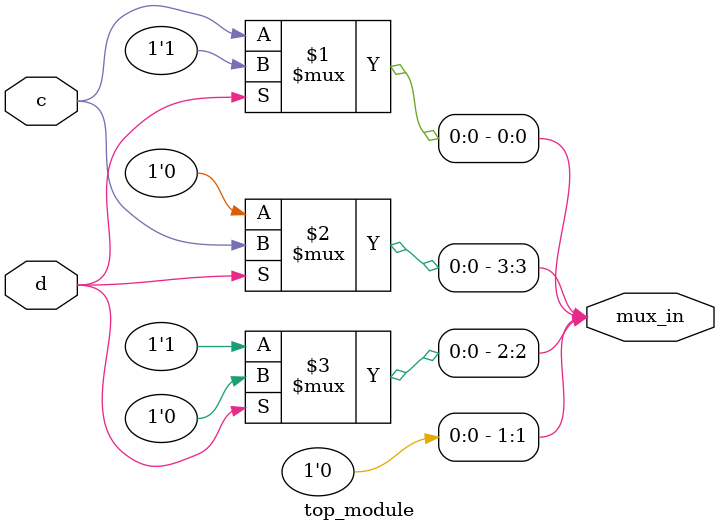
<source format=v>
module top_module (
    input c,
    input d,
    output [3:0] mux_in
); 
    assign mux_in[0] = d ? 1'b1 : c;
    assign mux_in[1] = 1'b0;
    assign mux_in[3] = d ? c : 1'b0;
    assign mux_in[2] = d ? 1'b0 : 1'b1;
    
endmodule
</source>
